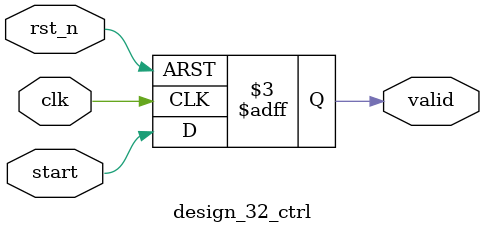
<source format=v>
module design_32_ctrl(
  input  clk,
  input  rst_n,
  input  start,
  output reg valid
);
  reg start_q;
  always @(posedge clk or negedge rst_n) begin
    if (!rst_n) begin
      valid <= 1'b0;
      start_q <= 1'b0;
    end else begin
      start_q <= start;
      valid <= start;
    end
  end
endmodule

</source>
